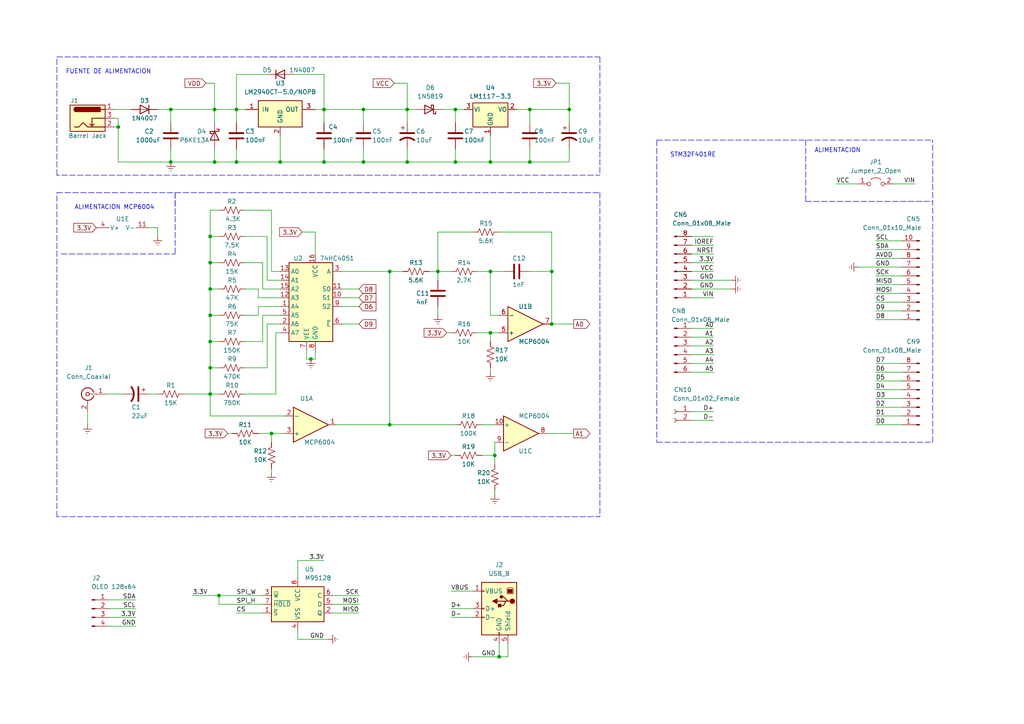
<source format=kicad_sch>
(kicad_sch (version 20211123) (generator eeschema)
  (paper "A4")
  (title_block (rev "v1.0"))
  (lib_symbols
    (symbol "74xx:74HC4051"
      (property "Reference" "U" (at -5.08 11.43 0))
      (property "Value" "74HC4051" (at -7.62 -13.97 0))
      (symbol "74HC4051_0_1"
        (rectangle (start -5.08 10.16) (end 7.62 -12.7) (stroke (width 0.254)) (fill (type background)))
      )
      (symbol "74HC4051_1_1"
        (pin passive line (at 10.16 -2.54 180) (length 2.54) (name "A4") (number "1"))
        (pin input line (at -7.62 0 0) (length 2.54) (name "S1") (number "10"))
        (pin input line (at -7.62 2.54 0) (length 2.54) (name "S0") (number "11"))
        (pin passive line (at 10.16 0 180) (length 2.54) (name "A3") (number "12"))
        (pin passive line (at 10.16 7.62 180) (length 2.54) (name "A0") (number "13"))
        (pin passive line (at 10.16 5.08 180) (length 2.54) (name "A1") (number "14"))
        (pin passive line (at 10.16 2.54 180) (length 2.54) (name "A2") (number "15"))
        (pin power_in line (at 0 12.7 270) (length 2.54) (name "VCC") (number "16"))
        (pin passive line (at 10.16 -7.62 180) (length 2.54) (name "A6") (number "2"))
        (pin passive line (at -7.62 7.62 0) (length 2.54) (name "A") (number "3"))
        (pin passive line (at 10.16 -10.16 180) (length 2.54) (name "A7") (number "4"))
        (pin passive line (at 10.16 -5.08 180) (length 2.54) (name "A5") (number "5"))
        (pin input line (at -7.62 -7.62 0) (length 2.54) (name "~{E}") (number "6"))
        (pin power_in line (at 2.54 -15.24 90) (length 2.54) (name "VEE") (number "7"))
        (pin power_in line (at 0 -15.24 90) (length 2.54) (name "GND") (number "8"))
        (pin input line (at -7.62 -2.54 0) (length 2.54) (name "S2") (number "9"))
      )
    )
    (symbol "AOI-LM2940CT:LM2940CT-5.0{slash}NOPB" (pin_names (offset 1.016))
      (property "Reference" "U" (at -6.35 -5.08 0))
      (property "Value" "LM2940CT-5.0{slash}NOPB" (at 0 5.08 0))
      (symbol "LM2940CT-5.0{slash}NOPB_0_1"
        (rectangle (start -6.35 3.81) (end 6.35 -3.81) (stroke (width 0.254)) (fill (type background)))
      )
      (symbol "LM2940CT-5.0{slash}NOPB_1_1"
        (pin input line (at -10.16 1.27 0) (length 3.81) (name "IN") (number "1"))
        (pin power_in line (at 0 -6.35 90) (length 2.54) (name "GND") (number "2"))
        (pin power_out line (at 10.16 1.27 180) (length 3.81) (name "OUT") (number "3"))
      )
    )
    (symbol "Amplifier_Operational:MCP6004" (pin_names (offset 0.127))
      (property "Reference" "U" (at 0 5.08 0))
      (property "Value" "MCP6004" (at 0 -5.08 0))
      (symbol "MCP6004_1_1"
        (polyline (pts (xy -5.08 5.08) (xy 5.08 0) (xy -5.08 -5.08) (xy -5.08 5.08)) (stroke (width 0.254)) (fill (type background)))
        (pin output line (at 7.62 0 180) (length 2.54) (name "~") (number "1"))
        (pin input line (at -7.62 -2.54 0) (length 2.54) (name "-") (number "2"))
        (pin input line (at -7.62 2.54 0) (length 2.54) (name "+") (number "3"))
      )
      (symbol "MCP6004_2_1"
        (polyline (pts (xy -5.08 5.08) (xy 5.08 0) (xy -5.08 -5.08) (xy -5.08 5.08)) (stroke (width 0.254)) (fill (type background)))
        (pin input line (at -7.62 2.54 0) (length 2.54) (name "+") (number "5"))
        (pin input line (at -7.62 -2.54 0) (length 2.54) (name "-") (number "6"))
        (pin output line (at 7.62 0 180) (length 2.54) (name "~") (number "7"))
      )
      (symbol "MCP6004_3_1"
        (polyline (pts (xy -5.08 5.08) (xy 5.08 0) (xy -5.08 -5.08) (xy -5.08 5.08)) (stroke (width 0.254)) (fill (type background)))
        (pin input line (at -7.62 2.54 0) (length 2.54) (name "+") (number "10"))
        (pin output line (at 7.62 0 180) (length 2.54) (name "~") (number "8"))
        (pin input line (at -7.62 -2.54 0) (length 2.54) (name "-") (number "9"))
      )
      (symbol "MCP6004_4_1"
        (polyline (pts (xy -5.08 5.08) (xy 5.08 0) (xy -5.08 -5.08) (xy -5.08 5.08)) (stroke (width 0.254)) (fill (type background)))
        (pin input line (at -7.62 2.54 0) (length 2.54) (name "+") (number "12"))
        (pin input line (at -7.62 -2.54 0) (length 2.54) (name "-") (number "13"))
        (pin output line (at 7.62 0 180) (length 2.54) (name "~") (number "14"))
      )
      (symbol "MCP6004_5_1"
        (pin power_in line (at -2.54 -7.62 90) (length 3.81) (name "V-") (number "11"))
        (pin power_in line (at -2.54 7.62 270) (length 3.81) (name "V+") (number "4"))
      )
    )
    (symbol "Connector:Barrel_Jack_Switch" (pin_names hide)
      (property "Reference" "J" (at 0 5.334 0))
      (property "Value" "Barrel_Jack_Switch" (at 0 -5.08 0))
      (symbol "Barrel_Jack_Switch_0_1"
        (rectangle (start -5.08 3.81) (end 5.08 -3.81) (stroke (width 0.254)) (fill (type background)))
        (arc (start -3.302 3.175) (mid -3.937 2.54) (end -3.302 1.905) (stroke (width 0.254)))
        (arc (start -3.302 3.175) (mid -3.937 2.54) (end -3.302 1.905) (stroke (width 0.254)) (fill (type outline)))
        (polyline (pts (xy 1.27 -2.286) (xy 1.905 -1.651)) (stroke (width 0.254)))
        (polyline (pts (xy 5.08 2.54) (xy 3.81 2.54)) (stroke (width 0.254)))
        (polyline (pts (xy 5.08 0) (xy 1.27 0) (xy 1.27 -2.286) (xy 0.635 -1.651)) (stroke (width 0.254)))
        (polyline (pts (xy -3.81 -2.54) (xy -2.54 -2.54) (xy -1.27 -1.27) (xy 0 -2.54) (xy 2.54 -2.54) (xy 5.08 -2.54)) (stroke (width 0.254)))
        (rectangle (start 3.683 3.175) (end -3.302 1.905) (stroke (width 0.254)) (fill (type outline)))
      )
      (symbol "Barrel_Jack_Switch_1_1"
        (pin passive line (at 7.62 2.54 180) (length 2.54) (name "~") (number "1"))
        (pin passive line (at 7.62 -2.54 180) (length 2.54) (name "~") (number "2"))
        (pin passive line (at 7.62 0 180) (length 2.54) (name "~") (number "3"))
      )
    )
    (symbol "Connector:Conn_01x02_Female" (pin_names (offset 1.016) hide)
      (property "Reference" "J" (at 0 2.54 0))
      (property "Value" "Conn_01x02_Female" (at 0 -5.08 0))
      (symbol "Conn_01x02_Female_1_1"
        (arc (start 0 -2.032) (mid -0.508 -2.54) (end 0 -3.048) (stroke (width 0.1524)))
        (polyline (pts (xy -1.27 -2.54) (xy -0.508 -2.54)) (stroke (width 0.1524)))
        (polyline (pts (xy -1.27 0) (xy -0.508 0)) (stroke (width 0.1524)))
        (arc (start 0 0.508) (mid -0.508 0) (end 0 -0.508) (stroke (width 0.1524)))
        (pin passive line (at -5.08 0 0) (length 3.81) (name "Pin_1") (number "1"))
        (pin passive line (at -5.08 -2.54 0) (length 3.81) (name "Pin_2") (number "2"))
      )
    )
    (symbol "Connector:Conn_01x04_Male" (pin_names (offset 1.016) hide)
      (property "Reference" "J" (at 0 5.08 0))
      (property "Value" "Conn_01x04_Male" (at 0 -7.62 0))
      (symbol "Conn_01x04_Male_1_1"
        (polyline (pts (xy 1.27 -5.08) (xy 0.8636 -5.08)) (stroke (width 0.1524)))
        (polyline (pts (xy 1.27 -2.54) (xy 0.8636 -2.54)) (stroke (width 0.1524)))
        (polyline (pts (xy 1.27 0) (xy 0.8636 0)) (stroke (width 0.1524)))
        (polyline (pts (xy 1.27 2.54) (xy 0.8636 2.54)) (stroke (width 0.1524)))
        (rectangle (start 0.8636 -4.953) (end 0 -5.207) (stroke (width 0.1524)) (fill (type outline)))
        (rectangle (start 0.8636 -2.413) (end 0 -2.667) (stroke (width 0.1524)) (fill (type outline)))
        (rectangle (start 0.8636 0.127) (end 0 -0.127) (stroke (width 0.1524)) (fill (type outline)))
        (rectangle (start 0.8636 2.667) (end 0 2.413) (stroke (width 0.1524)) (fill (type outline)))
        (pin passive line (at 5.08 2.54 180) (length 3.81) (name "Pin_1") (number "1"))
        (pin passive line (at 5.08 0 180) (length 3.81) (name "Pin_2") (number "2"))
        (pin passive line (at 5.08 -2.54 180) (length 3.81) (name "Pin_3") (number "3"))
        (pin passive line (at 5.08 -5.08 180) (length 3.81) (name "Pin_4") (number "4"))
      )
    )
    (symbol "Connector:Conn_01x06_Male" (pin_names (offset 1.016) hide)
      (property "Reference" "J" (at 0 7.62 0))
      (property "Value" "Conn_01x06_Male" (at 0 -10.16 0))
      (symbol "Conn_01x06_Male_1_1"
        (polyline (pts (xy 1.27 -7.62) (xy 0.8636 -7.62)) (stroke (width 0.1524)))
        (polyline (pts (xy 1.27 -5.08) (xy 0.8636 -5.08)) (stroke (width 0.1524)))
        (polyline (pts (xy 1.27 -2.54) (xy 0.8636 -2.54)) (stroke (width 0.1524)))
        (polyline (pts (xy 1.27 0) (xy 0.8636 0)) (stroke (width 0.1524)))
        (polyline (pts (xy 1.27 2.54) (xy 0.8636 2.54)) (stroke (width 0.1524)))
        (polyline (pts (xy 1.27 5.08) (xy 0.8636 5.08)) (stroke (width 0.1524)))
        (rectangle (start 0.8636 -7.493) (end 0 -7.747) (stroke (width 0.1524)) (fill (type outline)))
        (rectangle (start 0.8636 -4.953) (end 0 -5.207) (stroke (width 0.1524)) (fill (type outline)))
        (rectangle (start 0.8636 -2.413) (end 0 -2.667) (stroke (width 0.1524)) (fill (type outline)))
        (rectangle (start 0.8636 0.127) (end 0 -0.127) (stroke (width 0.1524)) (fill (type outline)))
        (rectangle (start 0.8636 2.667) (end 0 2.413) (stroke (width 0.1524)) (fill (type outline)))
        (rectangle (start 0.8636 5.207) (end 0 4.953) (stroke (width 0.1524)) (fill (type outline)))
        (pin passive line (at 5.08 5.08 180) (length 3.81) (name "Pin_1") (number "1"))
        (pin passive line (at 5.08 2.54 180) (length 3.81) (name "Pin_2") (number "2"))
        (pin passive line (at 5.08 0 180) (length 3.81) (name "Pin_3") (number "3"))
        (pin passive line (at 5.08 -2.54 180) (length 3.81) (name "Pin_4") (number "4"))
        (pin passive line (at 5.08 -5.08 180) (length 3.81) (name "Pin_5") (number "5"))
        (pin passive line (at 5.08 -7.62 180) (length 3.81) (name "Pin_6") (number "6"))
      )
    )
    (symbol "Connector:Conn_01x08_Male" (pin_names (offset 1.016) hide)
      (property "Reference" "J" (at 0 10.16 0))
      (property "Value" "Conn_01x08_Male" (at 0 -12.7 0))
      (symbol "Conn_01x08_Male_1_1"
        (polyline (pts (xy 1.27 -10.16) (xy 0.8636 -10.16)) (stroke (width 0.1524)))
        (polyline (pts (xy 1.27 -7.62) (xy 0.8636 -7.62)) (stroke (width 0.1524)))
        (polyline (pts (xy 1.27 -5.08) (xy 0.8636 -5.08)) (stroke (width 0.1524)))
        (polyline (pts (xy 1.27 -2.54) (xy 0.8636 -2.54)) (stroke (width 0.1524)))
        (polyline (pts (xy 1.27 0) (xy 0.8636 0)) (stroke (width 0.1524)))
        (polyline (pts (xy 1.27 2.54) (xy 0.8636 2.54)) (stroke (width 0.1524)))
        (polyline (pts (xy 1.27 5.08) (xy 0.8636 5.08)) (stroke (width 0.1524)))
        (polyline (pts (xy 1.27 7.62) (xy 0.8636 7.62)) (stroke (width 0.1524)))
        (rectangle (start 0.8636 -10.033) (end 0 -10.287) (stroke (width 0.1524)) (fill (type outline)))
        (rectangle (start 0.8636 -7.493) (end 0 -7.747) (stroke (width 0.1524)) (fill (type outline)))
        (rectangle (start 0.8636 -4.953) (end 0 -5.207) (stroke (width 0.1524)) (fill (type outline)))
        (rectangle (start 0.8636 -2.413) (end 0 -2.667) (stroke (width 0.1524)) (fill (type outline)))
        (rectangle (start 0.8636 0.127) (end 0 -0.127) (stroke (width 0.1524)) (fill (type outline)))
        (rectangle (start 0.8636 2.667) (end 0 2.413) (stroke (width 0.1524)) (fill (type outline)))
        (rectangle (start 0.8636 5.207) (end 0 4.953) (stroke (width 0.1524)) (fill (type outline)))
        (rectangle (start 0.8636 7.747) (end 0 7.493) (stroke (width 0.1524)) (fill (type outline)))
        (pin passive line (at 5.08 7.62 180) (length 3.81) (name "Pin_1") (number "1"))
        (pin passive line (at 5.08 5.08 180) (length 3.81) (name "Pin_2") (number "2"))
        (pin passive line (at 5.08 2.54 180) (length 3.81) (name "Pin_3") (number "3"))
        (pin passive line (at 5.08 0 180) (length 3.81) (name "Pin_4") (number "4"))
        (pin passive line (at 5.08 -2.54 180) (length 3.81) (name "Pin_5") (number "5"))
        (pin passive line (at 5.08 -5.08 180) (length 3.81) (name "Pin_6") (number "6"))
        (pin passive line (at 5.08 -7.62 180) (length 3.81) (name "Pin_7") (number "7"))
        (pin passive line (at 5.08 -10.16 180) (length 3.81) (name "Pin_8") (number "8"))
      )
    )
    (symbol "Connector:Conn_01x10_Male" (pin_names (offset 1.016) hide)
      (property "Reference" "J" (at 0 12.7 0))
      (property "Value" "Conn_01x10_Male" (at 0 -15.24 0))
      (symbol "Conn_01x10_Male_1_1"
        (polyline (pts (xy 1.27 -12.7) (xy 0.8636 -12.7)) (stroke (width 0.1524)))
        (polyline (pts (xy 1.27 -10.16) (xy 0.8636 -10.16)) (stroke (width 0.1524)))
        (polyline (pts (xy 1.27 -7.62) (xy 0.8636 -7.62)) (stroke (width 0.1524)))
        (polyline (pts (xy 1.27 -5.08) (xy 0.8636 -5.08)) (stroke (width 0.1524)))
        (polyline (pts (xy 1.27 -2.54) (xy 0.8636 -2.54)) (stroke (width 0.1524)))
        (polyline (pts (xy 1.27 0) (xy 0.8636 0)) (stroke (width 0.1524)))
        (polyline (pts (xy 1.27 2.54) (xy 0.8636 2.54)) (stroke (width 0.1524)))
        (polyline (pts (xy 1.27 5.08) (xy 0.8636 5.08)) (stroke (width 0.1524)))
        (polyline (pts (xy 1.27 7.62) (xy 0.8636 7.62)) (stroke (width 0.1524)))
        (polyline (pts (xy 1.27 10.16) (xy 0.8636 10.16)) (stroke (width 0.1524)))
        (rectangle (start 0.8636 -12.573) (end 0 -12.827) (stroke (width 0.1524)) (fill (type outline)))
        (rectangle (start 0.8636 -10.033) (end 0 -10.287) (stroke (width 0.1524)) (fill (type outline)))
        (rectangle (start 0.8636 -7.493) (end 0 -7.747) (stroke (width 0.1524)) (fill (type outline)))
        (rectangle (start 0.8636 -4.953) (end 0 -5.207) (stroke (width 0.1524)) (fill (type outline)))
        (rectangle (start 0.8636 -2.413) (end 0 -2.667) (stroke (width 0.1524)) (fill (type outline)))
        (rectangle (start 0.8636 0.127) (end 0 -0.127) (stroke (width 0.1524)) (fill (type outline)))
        (rectangle (start 0.8636 2.667) (end 0 2.413) (stroke (width 0.1524)) (fill (type outline)))
        (rectangle (start 0.8636 5.207) (end 0 4.953) (stroke (width 0.1524)) (fill (type outline)))
        (rectangle (start 0.8636 7.747) (end 0 7.493) (stroke (width 0.1524)) (fill (type outline)))
        (rectangle (start 0.8636 10.287) (end 0 10.033) (stroke (width 0.1524)) (fill (type outline)))
        (pin passive line (at 5.08 10.16 180) (length 3.81) (name "Pin_1") (number "1"))
        (pin passive line (at 5.08 -12.7 180) (length 3.81) (name "Pin_10") (number "10"))
        (pin passive line (at 5.08 7.62 180) (length 3.81) (name "Pin_2") (number "2"))
        (pin passive line (at 5.08 5.08 180) (length 3.81) (name "Pin_3") (number "3"))
        (pin passive line (at 5.08 2.54 180) (length 3.81) (name "Pin_4") (number "4"))
        (pin passive line (at 5.08 0 180) (length 3.81) (name "Pin_5") (number "5"))
        (pin passive line (at 5.08 -2.54 180) (length 3.81) (name "Pin_6") (number "6"))
        (pin passive line (at 5.08 -5.08 180) (length 3.81) (name "Pin_7") (number "7"))
        (pin passive line (at 5.08 -7.62 180) (length 3.81) (name "Pin_8") (number "8"))
        (pin passive line (at 5.08 -10.16 180) (length 3.81) (name "Pin_9") (number "9"))
      )
    )
    (symbol "Connector:Conn_Coaxial" (pin_names (offset 1.016) hide)
      (property "Reference" "J" (at 0.254 3.048 0))
      (property "Value" "Conn_Coaxial" (at 2.921 0 90))
      (symbol "Conn_Coaxial_0_1"
        (arc (start -1.778 -0.508) (mid 0.2311 -1.8066) (end 1.778 0) (stroke (width 0.254)))
        (polyline (pts (xy -2.54 0) (xy -0.508 0)))
        (polyline (pts (xy 0 -2.54) (xy 0 -1.778)))
        (circle (center 0 0) (radius 0.508) (stroke (width 0.2032)))
        (arc (start 1.778 0) (mid 0.2099 1.8101) (end -1.778 0.508) (stroke (width 0.254)))
      )
      (symbol "Conn_Coaxial_1_1"
        (pin passive line (at -5.08 0 0) (length 2.54) (name "In") (number "1"))
        (pin passive line (at 0 -5.08 90) (length 2.54) (name "Ext") (number "2"))
      )
    )
    (symbol "Connector:USB_B" (pin_names (offset 1.016))
      (property "Reference" "J" (at -5.08 11.43 0))
      (property "Value" "USB_B" (at -5.08 8.89 0))
      (symbol "USB_B_0_1"
        (rectangle (start -5.08 -7.62) (end 5.08 7.62) (stroke (width 0.254)) (fill (type background)))
        (circle (center -3.81 2.159) (radius 0.635) (stroke (width 0.254)) (fill (type outline)))
        (rectangle (start -3.81 5.588) (end -2.54 4.572) (fill (type outline)))
        (circle (center -0.635 3.429) (radius 0.381) (stroke (width 0.254)) (fill (type outline)))
        (rectangle (start -0.127 -7.62) (end 0.127 -6.858))
        (polyline (pts (xy -1.905 2.159) (xy 0.635 2.159)) (stroke (width 0.254)))
        (polyline (pts (xy -3.175 2.159) (xy -2.54 2.159) (xy -1.27 3.429) (xy -0.635 3.429)) (stroke (width 0.254)))
        (polyline (pts (xy -2.54 2.159) (xy -1.905 2.159) (xy -1.27 0.889) (xy 0 0.889)) (stroke (width 0.254)))
        (polyline (pts (xy 0.635 2.794) (xy 0.635 1.524) (xy 1.905 2.159) (xy 0.635 2.794)) (stroke (width 0.254)) (fill (type outline)))
        (polyline (pts (xy -4.064 4.318) (xy -2.286 4.318) (xy -2.286 5.715) (xy -2.667 6.096) (xy -3.683 6.096) (xy -4.064 5.715) (xy -4.064 4.318)))
        (rectangle (start 0.254 1.27) (end -0.508 0.508) (stroke (width 0.254)) (fill (type outline)))
        (rectangle (start 5.08 -2.667) (end 4.318 -2.413))
        (rectangle (start 5.08 -0.127) (end 4.318 0.127))
        (rectangle (start 5.08 4.953) (end 4.318 5.207))
      )
      (symbol "USB_B_1_1"
        (pin power_out line (at 7.62 5.08 180) (length 2.54) (name "VBUS") (number "1"))
        (pin bidirectional line (at 7.62 -2.54 180) (length 2.54) (name "D-") (number "2"))
        (pin bidirectional line (at 7.62 0 180) (length 2.54) (name "D+") (number "3"))
        (pin power_out line (at 0 -10.16 90) (length 2.54) (name "GND") (number "4"))
        (pin passive line (at -2.54 -10.16 90) (length 2.54) (name "Shield") (number "5"))
      )
    )
    (symbol "Device:C" (pin_numbers hide) (pin_names (offset 0.254))
      (property "Reference" "C" (at 0.635 2.54 0))
      (property "Value" "C" (at 0.635 -2.54 0))
      (symbol "C_0_1"
        (polyline (pts (xy -2.032 -0.762) (xy 2.032 -0.762)) (stroke (width 0.508)))
        (polyline (pts (xy -2.032 0.762) (xy 2.032 0.762)) (stroke (width 0.508)))
      )
      (symbol "C_1_1"
        (pin passive line (at 0 3.81 270) (length 2.794) (name "~") (number "1"))
        (pin passive line (at 0 -3.81 90) (length 2.794) (name "~") (number "2"))
      )
    )
    (symbol "Device:C_Polarized_US" (pin_numbers hide) (pin_names (offset 0.254) hide)
      (property "Reference" "C" (at 0.635 2.54 0))
      (property "Value" "C_Polarized_US" (at 0.635 -2.54 0))
      (symbol "C_Polarized_US_0_1"
        (polyline (pts (xy -2.032 0.762) (xy 2.032 0.762)) (stroke (width 0.508)))
        (polyline (pts (xy -1.778 2.286) (xy -0.762 2.286)))
        (polyline (pts (xy -1.27 1.778) (xy -1.27 2.794)))
        (arc (start 2.032 -1.27) (mid 0 -0.5572) (end -2.032 -1.27) (stroke (width 0.508)))
      )
      (symbol "C_Polarized_US_1_1"
        (pin passive line (at 0 3.81 270) (length 2.794) (name "~") (number "1"))
        (pin passive line (at 0 -3.81 90) (length 3.302) (name "~") (number "2"))
      )
    )
    (symbol "Device:D_Schottky" (pin_numbers hide) (pin_names (offset 1.016) hide)
      (property "Reference" "D" (at 0 2.54 0))
      (property "Value" "D_Schottky" (at 0 -2.54 0))
      (symbol "D_Schottky_0_1"
        (polyline (pts (xy 1.27 0) (xy -1.27 0)))
        (polyline (pts (xy 1.27 1.27) (xy 1.27 -1.27) (xy -1.27 0) (xy 1.27 1.27)) (stroke (width 0.254)))
        (polyline (pts (xy -1.905 0.635) (xy -1.905 1.27) (xy -1.27 1.27) (xy -1.27 -1.27) (xy -0.635 -1.27) (xy -0.635 -0.635)) (stroke (width 0.254)))
      )
      (symbol "D_Schottky_1_1"
        (pin passive line (at -3.81 0 0) (length 2.54) (name "K") (number "1"))
        (pin passive line (at 3.81 0 180) (length 2.54) (name "A") (number "2"))
      )
    )
    (symbol "Device:R_US" (pin_numbers hide) (pin_names (offset 0))
      (property "Reference" "R" (at 2.54 0 90))
      (property "Value" "R_US" (at -2.54 0 90))
      (symbol "R_US_0_1"
        (polyline (pts (xy 0 -2.286) (xy 0 -2.54)))
        (polyline (pts (xy 0 2.286) (xy 0 2.54)))
        (polyline (pts (xy 0 -0.762) (xy 1.016 -1.143) (xy 0 -1.524) (xy -1.016 -1.905) (xy 0 -2.286)))
        (polyline (pts (xy 0 0.762) (xy 1.016 0.381) (xy 0 0) (xy -1.016 -0.381) (xy 0 -0.762)))
        (polyline (pts (xy 0 2.286) (xy 1.016 1.905) (xy 0 1.524) (xy -1.016 1.143) (xy 0 0.762)))
      )
      (symbol "R_US_1_1"
        (pin passive line (at 0 3.81 270) (length 1.27) (name "~") (number "1"))
        (pin passive line (at 0 -3.81 90) (length 1.27) (name "~") (number "2"))
      )
    )
    (symbol "Diode:1N4007" (pin_numbers hide) (pin_names (offset 1.016) hide)
      (property "Reference" "D" (at 0 2.54 0))
      (property "Value" "1N4007" (at 0 -2.54 0))
      (symbol "1N4007_0_1"
        (polyline (pts (xy -1.27 1.27) (xy -1.27 -1.27)) (stroke (width 0.254)))
        (polyline (pts (xy 1.27 0) (xy -1.27 0)))
        (polyline (pts (xy 1.27 1.27) (xy 1.27 -1.27) (xy -1.27 0) (xy 1.27 1.27)) (stroke (width 0.254)))
      )
      (symbol "1N4007_1_1"
        (pin passive line (at -3.81 0 0) (length 2.54) (name "K") (number "1"))
        (pin passive line (at 3.81 0 180) (length 2.54) (name "A") (number "2"))
      )
    )
    (symbol "Diode:1N5819" (pin_numbers hide) (pin_names (offset 1.016) hide)
      (property "Reference" "D" (at 0 2.54 0))
      (property "Value" "1N5819" (at 0 -2.54 0))
      (symbol "1N5819_0_1"
        (polyline (pts (xy 1.27 0) (xy -1.27 0)))
        (polyline (pts (xy 1.27 1.27) (xy 1.27 -1.27) (xy -1.27 0) (xy 1.27 1.27)) (stroke (width 0.254)))
        (polyline (pts (xy -1.905 0.635) (xy -1.905 1.27) (xy -1.27 1.27) (xy -1.27 -1.27) (xy -0.635 -1.27) (xy -0.635 -0.635)) (stroke (width 0.254)))
      )
      (symbol "1N5819_1_1"
        (pin passive line (at -3.81 0 0) (length 2.54) (name "K") (number "1"))
        (pin passive line (at 3.81 0 180) (length 2.54) (name "A") (number "2"))
      )
    )
    (symbol "Jumper:Jumper_2_Open" (pin_names (offset 0) hide)
      (property "Reference" "JP" (at 0 2.794 0))
      (property "Value" "Jumper_2_Open" (at 0 -2.286 0))
      (symbol "Jumper_2_Open_0_0"
        (circle (center -2.032 0) (radius 0.508))
        (circle (center 2.032 0) (radius 0.508))
      )
      (symbol "Jumper_2_Open_0_1"
        (arc (start 1.524 1.27) (mid 0 1.778) (end -1.524 1.27))
      )
      (symbol "Jumper_2_Open_1_1"
        (pin passive line (at -5.08 0 0) (length 2.54) (name "A") (number "1"))
        (pin passive line (at 5.08 0 180) (length 2.54) (name "B") (number "2"))
      )
    )
    (symbol "Memory_EEPROM:M95256-WMN6P"
      (property "Reference" "U" (at -7.62 6.35 0))
      (property "Value" "M95256-WMN6P" (at 2.54 -6.35 0))
      (symbol "M95256-WMN6P_1_1"
        (rectangle (start -7.62 5.08) (end 7.62 -5.08) (stroke (width 0.254)) (fill (type background)))
        (pin input line (at -10.16 -2.54 0) (length 2.54) (name "~{S}") (number "1"))
        (pin output line (at 10.16 -2.54 180) (length 2.54) (name "Q") (number "2"))
        (pin input line (at -10.16 2.54 0) (length 2.54) (name "~{W}") (number "3"))
        (pin power_in line (at 0 -7.62 90) (length 2.54) (name "VSS") (number "4"))
        (pin input line (at 10.16 0 180) (length 2.54) (name "D") (number "5"))
        (pin input line (at 10.16 2.54 180) (length 2.54) (name "C") (number "6"))
        (pin input line (at -10.16 0 0) (length 2.54) (name "~{HOLD}") (number "7"))
        (pin power_in line (at 0 7.62 270) (length 2.54) (name "VCC") (number "8"))
      )
    )
    (symbol "Regulator_Linear:LM1117-3.3" (pin_names (offset 0.254))
      (property "Reference" "U" (at -3.81 3.175 0))
      (property "Value" "LM1117-3.3" (at 0 3.175 0))
      (symbol "LM1117-3.3_0_1"
        (rectangle (start -5.08 -5.08) (end 5.08 1.905) (stroke (width 0.254)) (fill (type background)))
      )
      (symbol "LM1117-3.3_1_1"
        (pin power_in line (at 0 -7.62 90) (length 2.54) (name "GND") (number "1"))
        (pin power_out line (at 7.62 0 180) (length 2.54) (name "VO") (number "2"))
        (pin power_in line (at -7.62 0 0) (length 2.54) (name "VI") (number "3"))
      )
    )
    (symbol "power:Earth" (power) (pin_names (offset 0))
      (symbol "Earth_0_1"
        (polyline (pts (xy -0.635 -1.905) (xy 0.635 -1.905)))
        (polyline (pts (xy -0.127 -2.54) (xy 0.127 -2.54)))
        (polyline (pts (xy 0 -1.27) (xy 0 0)))
        (polyline (pts (xy 1.27 -1.27) (xy -1.27 -1.27)))
      )
      (symbol "Earth_1_1"
        (pin power_in line (at 0 0 270) (length 0) hide (name "Earth") (number "1"))
      )
    )
    (symbol "power:GNDREF" (power) (pin_names (offset 0))
      (property "Value" "GNDREF" (at 0 -3.81 0))
      (symbol "GNDREF_0_1"
        (polyline (pts (xy -0.635 -1.905) (xy 0.635 -1.905)))
        (polyline (pts (xy -0.127 -2.54) (xy 0.127 -2.54)))
        (polyline (pts (xy 0 -1.27) (xy 0 0)))
        (polyline (pts (xy 1.27 -1.27) (xy -1.27 -1.27)))
      )
      (symbol "GNDREF_1_1"
        (pin power_in line (at 0 0 270) (length 0) hide (name "GNDREF") (number "1"))
      )
    )
  )
  (junction (at 81.28 46.99))
  (junction (at 93.98 31.75))
  (junction (at 118.11 46.99))
  (junction (at 142.24 96.52))
  (junction (at 68.58 31.75))
  (junction (at 62.23 31.75))
  (junction (at 60.96 106.68))
  (junction (at 144.78 190.5))
  (junction (at 68.58 46.99))
  (junction (at 34.29 36.83))
  (junction (at 60.96 99.06))
  (junction (at 132.08 46.99))
  (junction (at 60.96 76.2))
  (junction (at 90.17 104.14))
  (junction (at 113.03 123.19))
  (junction (at 132.08 31.75))
  (junction (at 93.98 46.99))
  (junction (at 113.03 78.74))
  (junction (at 153.67 31.75))
  (junction (at 60.96 68.58))
  (junction (at 63.5 172.72))
  (junction (at 105.41 46.99))
  (junction (at 49.53 31.75))
  (junction (at 118.11 31.75))
  (junction (at 142.24 46.99))
  (junction (at 153.67 46.99))
  (junction (at 160.02 93.98))
  (junction (at 62.23 46.99))
  (junction (at 160.02 78.74))
  (junction (at 78.74 125.73))
  (junction (at 105.41 31.75))
  (junction (at 165.1 31.75))
  (junction (at 143.51 132.08))
  (junction (at 142.24 78.74))
  (junction (at 60.96 91.44))
  (junction (at 127 78.74))
  (junction (at 60.96 114.3))
  (junction (at 60.96 83.82))
  (junction (at 49.53 46.99))
  (wire (pts (xy 254 72.39) (xy 261.62 72.39)))
  (wire (pts (xy 77.47 68.58) (xy 77.47 81.28)))
  (wire (pts (xy 60.96 83.82) (xy 63.5 83.82)))
  (wire (pts (xy 43.18 114.3) (xy 45.72 114.3)))
  (wire (pts (xy 254 90.17) (xy 261.62 90.17)))
  (wire (pts (xy 63.5 175.26) (xy 63.5 172.72)))
  (wire (pts (xy 86.36 162.56) (xy 93.98 162.56)))
  (wire (pts (xy 62.23 24.13) (xy 62.23 31.75)))
  (wire (pts (xy 25.4 119.38) (xy 25.4 123.19)))
  (wire (pts (xy 254 118.11) (xy 261.62 118.11)))
  (wire (pts (xy 71.12 114.3) (xy 80.01 114.3)))
  (wire (pts (xy 142.24 96.52) (xy 144.78 96.52)))
  (wire (pts (xy 34.29 36.83) (xy 34.29 46.99)))
  (wire (pts (xy 137.16 67.31) (xy 127 67.31)))
  (wire (pts (xy 78.74 135.89) (xy 78.74 137.16)))
  (wire (pts (xy 71.12 68.58) (xy 77.47 68.58)))
  (wire (pts (xy 200.66 95.25) (xy 207.01 95.25)))
  (wire (pts (xy 165.1 46.99) (xy 153.67 46.99)))
  (wire (pts (xy 144.78 186.69) (xy 144.78 190.5)))
  (wire (pts (xy 118.11 31.75) (xy 120.65 31.75)))
  (wire (pts (xy 77.47 106.68) (xy 77.47 93.98)))
  (wire (pts (xy 88.9 101.6) (xy 88.9 104.14)))
  (wire (pts (xy 85.09 21.59) (xy 93.98 21.59)))
  (wire (pts (xy 77.47 81.28) (xy 81.28 81.28)))
  (wire (pts (xy 132.08 31.75) (xy 134.62 31.75)))
  (wire (pts (xy 259.08 53.34) (xy 265.43 53.34)))
  (wire (pts (xy 254 82.55) (xy 261.62 82.55)))
  (wire (pts (xy 86.36 167.64) (xy 86.36 162.56)))
  (polyline (pts (xy 190.5 40.64) (xy 270.51 40.64)))
  (wire (pts (xy 63.5 175.26) (xy 76.2 175.26)))
  (wire (pts (xy 137.16 190.5) (xy 144.78 190.5)))
  (wire (pts (xy 60.96 76.2) (xy 60.96 83.82)))
  (wire (pts (xy 71.12 60.96) (xy 78.74 60.96)))
  (wire (pts (xy 254 80.01) (xy 261.62 80.01)))
  (wire (pts (xy 87.63 67.31) (xy 91.44 67.31)))
  (wire (pts (xy 99.06 86.36) (xy 104.14 86.36)))
  (wire (pts (xy 254 123.19) (xy 261.62 123.19)))
  (wire (pts (xy 74.93 91.44) (xy 74.93 88.9)))
  (wire (pts (xy 71.12 83.82) (xy 74.93 83.82)))
  (wire (pts (xy 142.24 78.74) (xy 146.05 78.74)))
  (wire (pts (xy 248.92 53.34) (xy 242.57 53.34)))
  (wire (pts (xy 68.58 31.75) (xy 71.12 31.75)))
  (wire (pts (xy 200.66 78.74) (xy 207.01 78.74)))
  (wire (pts (xy 76.2 99.06) (xy 76.2 91.44)))
  (wire (pts (xy 34.29 46.99) (xy 49.53 46.99)))
  (wire (pts (xy 45.72 66.04) (xy 45.72 68.58)))
  (wire (pts (xy 45.72 31.75) (xy 49.53 31.75)))
  (wire (pts (xy 137.16 176.53) (xy 130.81 176.53)))
  (wire (pts (xy 80.01 96.52) (xy 81.28 96.52)))
  (wire (pts (xy 71.12 91.44) (xy 74.93 91.44)))
  (wire (pts (xy 96.52 175.26) (xy 104.14 175.26)))
  (wire (pts (xy 105.41 31.75) (xy 118.11 31.75)))
  (wire (pts (xy 142.24 39.37) (xy 142.24 46.99)))
  (wire (pts (xy 127 67.31) (xy 127 78.74)))
  (wire (pts (xy 254 105.41) (xy 261.62 105.41)))
  (wire (pts (xy 68.58 21.59) (xy 77.47 21.59)))
  (wire (pts (xy 86.36 185.42) (xy 95.25 185.42)))
  (wire (pts (xy 105.41 31.75) (xy 105.41 35.56)))
  (wire (pts (xy 143.51 128.27) (xy 143.51 132.08)))
  (wire (pts (xy 91.44 31.75) (xy 93.98 31.75)))
  (wire (pts (xy 118.11 31.75) (xy 118.11 35.56)))
  (polyline (pts (xy 16.51 16.51) (xy 78.74 16.51)))
  (wire (pts (xy 62.23 31.75) (xy 62.23 35.56)))
  (wire (pts (xy 91.44 104.14) (xy 90.17 104.14)))
  (wire (pts (xy 74.93 86.36) (xy 81.28 86.36)))
  (wire (pts (xy 153.67 31.75) (xy 165.1 31.75)))
  (wire (pts (xy 81.28 46.99) (xy 93.98 46.99)))
  (wire (pts (xy 78.74 78.74) (xy 81.28 78.74)))
  (polyline (pts (xy 16.51 149.86) (xy 16.51 55.88)))
  (wire (pts (xy 132.08 46.99) (xy 118.11 46.99)))
  (wire (pts (xy 59.69 24.13) (xy 62.23 24.13)))
  (wire (pts (xy 76.2 91.44) (xy 81.28 91.44)))
  (wire (pts (xy 200.66 73.66) (xy 207.01 73.66)))
  (wire (pts (xy 124.46 78.74) (xy 127 78.74)))
  (wire (pts (xy 68.58 21.59) (xy 68.58 31.75)))
  (wire (pts (xy 55.88 172.72) (xy 63.5 172.72)))
  (wire (pts (xy 99.06 93.98) (xy 104.14 93.98)))
  (wire (pts (xy 160.02 67.31) (xy 160.02 78.74)))
  (wire (pts (xy 60.96 99.06) (xy 63.5 99.06)))
  (wire (pts (xy 68.58 177.8) (xy 76.2 177.8)))
  (polyline (pts (xy 50.8 55.88) (xy 50.8 59.69)))
  (wire (pts (xy 147.32 190.5) (xy 144.78 190.5)))
  (wire (pts (xy 200.66 68.58) (xy 207.01 68.58)))
  (wire (pts (xy 71.12 76.2) (xy 76.2 76.2)))
  (polyline (pts (xy 104.14 50.8) (xy 16.51 50.8)))
  (polyline (pts (xy 149.86 149.86) (xy 16.51 149.86)))
  (wire (pts (xy 74.93 83.82) (xy 74.93 86.36)))
  (wire (pts (xy 200.66 119.38) (xy 207.01 119.38)))
  (wire (pts (xy 130.81 132.08) (xy 132.08 132.08)))
  (wire (pts (xy 200.66 121.92) (xy 207.01 121.92)))
  (wire (pts (xy 88.9 104.14) (xy 90.17 104.14)))
  (wire (pts (xy 200.66 105.41) (xy 207.01 105.41)))
  (wire (pts (xy 254 69.85) (xy 261.62 69.85)))
  (wire (pts (xy 62.23 31.75) (xy 68.58 31.75)))
  (wire (pts (xy 71.12 99.06) (xy 76.2 99.06)))
  (wire (pts (xy 127 88.9) (xy 127 91.44)))
  (wire (pts (xy 93.98 31.75) (xy 93.98 35.56)))
  (wire (pts (xy 254 85.09) (xy 261.62 85.09)))
  (wire (pts (xy 77.47 93.98) (xy 81.28 93.98)))
  (wire (pts (xy 60.96 106.68) (xy 60.96 114.3)))
  (wire (pts (xy 254 120.65) (xy 261.62 120.65)))
  (polyline (pts (xy 104.14 50.8) (xy 173.99 50.8)))
  (wire (pts (xy 165.1 43.18) (xy 165.1 46.99)))
  (wire (pts (xy 93.98 46.99) (xy 93.98 43.18)))
  (wire (pts (xy 114.3 24.13) (xy 118.11 24.13)))
  (wire (pts (xy 68.58 31.75) (xy 68.58 35.56)))
  (wire (pts (xy 200.66 100.33) (xy 207.01 100.33)))
  (wire (pts (xy 68.58 46.99) (xy 81.28 46.99)))
  (wire (pts (xy 49.53 46.99) (xy 62.23 46.99)))
  (wire (pts (xy 78.74 60.96) (xy 78.74 78.74)))
  (wire (pts (xy 139.7 132.08) (xy 143.51 132.08)))
  (wire (pts (xy 93.98 31.75) (xy 105.41 31.75)))
  (wire (pts (xy 60.96 114.3) (xy 60.96 120.65)))
  (wire (pts (xy 165.1 24.13) (xy 165.1 31.75)))
  (wire (pts (xy 254 110.49) (xy 261.62 110.49)))
  (wire (pts (xy 60.96 91.44) (xy 63.5 91.44)))
  (polyline (pts (xy 149.86 149.86) (xy 173.99 149.86)))
  (wire (pts (xy 132.08 46.99) (xy 132.08 43.18)))
  (wire (pts (xy 200.66 102.87) (xy 207.01 102.87)))
  (wire (pts (xy 118.11 43.18) (xy 118.11 46.99)))
  (wire (pts (xy 71.12 106.68) (xy 77.47 106.68)))
  (wire (pts (xy 99.06 88.9) (xy 104.14 88.9)))
  (wire (pts (xy 99.06 78.74) (xy 113.03 78.74)))
  (wire (pts (xy 153.67 43.18) (xy 153.67 46.99)))
  (polyline (pts (xy 190.5 40.64) (xy 190.5 128.27)))
  (wire (pts (xy 138.43 96.52) (xy 142.24 96.52)))
  (wire (pts (xy 158.75 125.73) (xy 166.37 125.73)))
  (wire (pts (xy 81.28 39.37) (xy 81.28 46.99)))
  (wire (pts (xy 33.02 36.83) (xy 34.29 36.83)))
  (polyline (pts (xy 17.78 73.66) (xy 50.8 73.66)))
  (wire (pts (xy 76.2 83.82) (xy 81.28 83.82)))
  (polyline (pts (xy 233.68 58.42) (xy 270.51 58.42)))
  (wire (pts (xy 62.23 43.18) (xy 62.23 46.99)))
  (wire (pts (xy 60.96 114.3) (xy 63.5 114.3)))
  (wire (pts (xy 34.29 36.83) (xy 34.29 34.29)))
  (wire (pts (xy 96.52 177.8) (xy 104.14 177.8)))
  (wire (pts (xy 137.16 171.45) (xy 130.81 171.45)))
  (wire (pts (xy 97.79 123.19) (xy 113.03 123.19)))
  (polyline (pts (xy 78.74 16.51) (xy 173.99 16.51)))
  (wire (pts (xy 39.37 176.53) (xy 31.75 176.53)))
  (wire (pts (xy 60.96 106.68) (xy 63.5 106.68)))
  (wire (pts (xy 60.96 91.44) (xy 60.96 99.06)))
  (wire (pts (xy 147.32 186.69) (xy 147.32 190.5)))
  (wire (pts (xy 74.93 88.9) (xy 81.28 88.9)))
  (polyline (pts (xy 270.51 128.27) (xy 270.51 40.64)))
  (wire (pts (xy 200.66 76.2) (xy 207.01 76.2)))
  (wire (pts (xy 254 113.03) (xy 261.62 113.03)))
  (polyline (pts (xy 190.5 128.27) (xy 270.51 128.27)))
  (wire (pts (xy 149.86 31.75) (xy 153.67 31.75)))
  (wire (pts (xy 139.7 123.19) (xy 143.51 123.19)))
  (wire (pts (xy 248.92 77.47) (xy 261.62 77.47)))
  (wire (pts (xy 60.96 60.96) (xy 60.96 68.58)))
  (wire (pts (xy 200.66 81.28) (xy 212.09 81.28)))
  (wire (pts (xy 137.16 179.07) (xy 130.81 179.07)))
  (wire (pts (xy 200.66 107.95) (xy 207.01 107.95)))
  (wire (pts (xy 200.66 97.79) (xy 207.01 97.79)))
  (wire (pts (xy 49.53 31.75) (xy 49.53 35.56)))
  (wire (pts (xy 105.41 46.99) (xy 105.41 43.18)))
  (wire (pts (xy 66.04 125.73) (xy 67.31 125.73)))
  (wire (pts (xy 161.29 24.13) (xy 165.1 24.13)))
  (wire (pts (xy 91.44 67.31) (xy 91.44 73.66)))
  (wire (pts (xy 74.93 125.73) (xy 78.74 125.73)))
  (wire (pts (xy 153.67 46.99) (xy 142.24 46.99)))
  (wire (pts (xy 160.02 78.74) (xy 160.02 93.98)))
  (wire (pts (xy 254 87.63) (xy 261.62 87.63)))
  (wire (pts (xy 105.41 46.99) (xy 93.98 46.99)))
  (wire (pts (xy 118.11 24.13) (xy 118.11 31.75)))
  (wire (pts (xy 34.29 34.29) (xy 33.02 34.29)))
  (wire (pts (xy 82.55 120.65) (xy 60.96 120.65)))
  (polyline (pts (xy 50.8 55.88) (xy 50.8 73.66)))
  (wire (pts (xy 60.96 83.82) (xy 60.96 91.44)))
  (wire (pts (xy 76.2 76.2) (xy 76.2 83.82)))
  (wire (pts (xy 113.03 78.74) (xy 116.84 78.74)))
  (wire (pts (xy 39.37 173.99) (xy 31.75 173.99)))
  (wire (pts (xy 143.51 142.24) (xy 143.51 143.51)))
  (wire (pts (xy 165.1 31.75) (xy 165.1 35.56)))
  (wire (pts (xy 63.5 60.96) (xy 60.96 60.96)))
  (polyline (pts (xy 16.51 55.88) (xy 173.99 55.88)))
  (wire (pts (xy 200.66 71.12) (xy 207.01 71.12)))
  (wire (pts (xy 118.11 46.99) (xy 105.41 46.99)))
  (wire (pts (xy 127 78.74) (xy 127 81.28)))
  (wire (pts (xy 127 78.74) (xy 130.81 78.74)))
  (wire (pts (xy 33.02 31.75) (xy 38.1 31.75)))
  (wire (pts (xy 39.37 181.61) (xy 31.75 181.61)))
  (wire (pts (xy 113.03 78.74) (xy 113.03 123.19)))
  (polyline (pts (xy 16.51 50.8) (xy 16.51 16.51)))
  (wire (pts (xy 78.74 125.73) (xy 82.55 125.73)))
  (wire (pts (xy 142.24 46.99) (xy 132.08 46.99)))
  (wire (pts (xy 63.5 172.72) (xy 76.2 172.72)))
  (wire (pts (xy 160.02 93.98) (xy 166.37 93.98)))
  (wire (pts (xy 68.58 46.99) (xy 68.58 43.18)))
  (polyline (pts (xy 173.99 16.51) (xy 173.99 50.8)))
  (wire (pts (xy 49.53 31.75) (xy 62.23 31.75)))
  (wire (pts (xy 138.43 78.74) (xy 142.24 78.74)))
  (wire (pts (xy 62.23 46.99) (xy 68.58 46.99)))
  (wire (pts (xy 80.01 96.52) (xy 80.01 114.3)))
  (wire (pts (xy 78.74 128.27) (xy 78.74 125.73)))
  (wire (pts (xy 93.98 31.75) (xy 93.98 21.59)))
  (wire (pts (xy 254 115.57) (xy 261.62 115.57)))
  (polyline (pts (xy 233.68 40.64) (xy 233.68 58.42)))
  (wire (pts (xy 60.96 99.06) (xy 60.96 106.68)))
  (wire (pts (xy 99.06 83.82) (xy 104.14 83.82)))
  (polyline (pts (xy 173.99 55.88) (xy 173.99 149.86)))
  (wire (pts (xy 91.44 101.6) (xy 91.44 104.14)))
  (wire (pts (xy 142.24 96.52) (xy 142.24 99.06)))
  (wire (pts (xy 153.67 31.75) (xy 153.67 35.56)))
  (wire (pts (xy 30.48 114.3) (xy 35.56 114.3)))
  (wire (pts (xy 43.18 66.04) (xy 45.72 66.04)))
  (wire (pts (xy 96.52 172.72) (xy 104.14 172.72)))
  (polyline (pts (xy 16.51 50.8) (xy 16.51 50.8)))
  (wire (pts (xy 53.34 114.3) (xy 60.96 114.3)))
  (wire (pts (xy 261.62 92.71) (xy 254 92.71)))
  (wire (pts (xy 132.08 31.75) (xy 132.08 35.56)))
  (wire (pts (xy 60.96 76.2) (xy 63.5 76.2)))
  (wire (pts (xy 200.66 86.36) (xy 207.01 86.36)))
  (wire (pts (xy 200.66 83.82) (xy 212.09 83.82)))
  (wire (pts (xy 128.27 31.75) (xy 132.08 31.75)))
  (wire (pts (xy 129.54 96.52) (xy 130.81 96.52)))
  (wire (pts (xy 60.96 68.58) (xy 60.96 76.2)))
  (wire (pts (xy 49.53 43.18) (xy 49.53 46.99)))
  (wire (pts (xy 39.37 179.07) (xy 31.75 179.07)))
  (wire (pts (xy 144.78 67.31) (xy 160.02 67.31)))
  (wire (pts (xy 142.24 78.74) (xy 142.24 91.44)))
  (wire (pts (xy 143.51 132.08) (xy 143.51 134.62)))
  (wire (pts (xy 254 107.95) (xy 261.62 107.95)))
  (wire (pts (xy 113.03 123.19) (xy 132.08 123.19)))
  (wire (pts (xy 142.24 106.68) (xy 142.24 107.95)))
  (wire (pts (xy 60.96 68.58) (xy 63.5 68.58)))
  (wire (pts (xy 254 74.93) (xy 261.62 74.93)))
  (wire (pts (xy 153.67 78.74) (xy 160.02 78.74)))
  (wire (pts (xy 86.36 182.88) (xy 86.36 185.42)))
  (wire (pts (xy 142.24 91.44) (xy 144.78 91.44)))
  (text "STM32F401RE" (at 194.31 45.72 0) (effects (font (size 1.27 1.27)) (justify left bottom)))
  (text "ALIMENTACION MCP6004" (at 21.59 60.96 0) (effects (font (size 1.27 1.27)) (justify left bottom)))
  (text "FUENTE DE ALIMENTACION" (at 19.05 21.59 0) (effects (font (size 1.27 1.27)) (justify left bottom)))
  (text "ALIMENTACION" (at 236.22 44.45 0) (effects (font (size 1.27 1.27)) (justify left bottom)))
  (label "SPI_H" (at 68.58 175.26 0))
  (label "SCL" (at 39.37 176.53 180))
  (label "SCL" (at 254 69.85 0))
  (label "SDA" (at 39.37 173.99 180))
  (label "GND" (at 207.01 83.82 180))
  (label "VBUS" (at 130.81 171.45 0))
  (label "D2" (at 254 118.11 0))
  (label "A5" (at 207.01 107.95 180))
  (label "A4" (at 207.01 105.41 180))
  (label "VIN" (at 207.01 86.36 180))
  (label "GND" (at 39.37 181.61 180))
  (label "D8" (at 254 92.71 0))
  (label "3.3V" (at 39.37 179.07 180))
  (label "D-" (at 130.81 179.07 0))
  (label "A3" (at 207.01 102.87 180))
  (label "AVDD" (at 254 74.93 0))
  (label "GND" (at 139.7 190.5 0))
  (label "VIN" (at 265.43 53.34 180))
  (label "SCK" (at 254 80.01 0))
  (label "3.3V" (at 207.01 76.2 180))
  (label "VCC" (at 242.57 53.34 0))
  (label "NRST" (at 207.01 73.66 180))
  (label "MISO" (at 254 82.55 0))
  (label "D6" (at 254 107.95 0))
  (label "MOSI" (at 104.14 175.26 180))
  (label "D7" (at 254 105.41 0))
  (label "D+" (at 207.01 119.38 180))
  (label "IOREF" (at 207.01 71.12 180))
  (label "GND" (at 254 77.47 0))
  (label "CS" (at 254 87.63 0))
  (label "SDA" (at 254 72.39 0))
  (label "D0" (at 254 123.19 0))
  (label "D+" (at 130.81 176.53 0))
  (label "D9" (at 254 90.17 0))
  (label "3.3V" (at 93.98 162.56 180))
  (label "D1" (at 254.0229 120.65 0))
  (label "A2" (at 207.01 100.33 180))
  (label "GND" (at 93.98 185.42 180))
  (label "MISO" (at 104.14 177.8 180))
  (label "A0" (at 207.01 95.25 180))
  (label "GND" (at 207.01 81.28 180))
  (label "D-" (at 207.01 121.92 180))
  (label "D3" (at 254.074 115.57 0))
  (label "SCK" (at 104.14 172.72 180))
  (label "CS" (at 68.58 177.8 0))
  (label "3.3V" (at 55.88 172.72 0))
  (label "A1" (at 207.01 97.79 180))
  (label "MOSI" (at 254 85.09 0))
  (label "D5" (at 254 110.49 0))
  (label "D4" (at 254 113.03 0))
  (label "SPI_W" (at 68.58 172.72 0))
  (label "VCC" (at 207.01 78.74 180))
  (global_label "D7" (shape input) (at 104.14 86.36 0) (property "Intersheet References" "${INTERSHEET_REFS}" (effects hide)))
  (global_label "3.3V" (shape input) (at 161.29 24.13 180) (property "Intersheet References" "${INTERSHEET_REFS}" (effects hide)))
  (global_label "VCC" (shape input) (at 114.3 24.13 180) (property "Intersheet References" "${INTERSHEET_REFS}" (effects hide)))
  (global_label "3.3V" (shape input) (at 87.63 67.31 180) (property "Intersheet References" "${INTERSHEET_REFS}" (effects hide)))
  (global_label "D8" (shape input) (at 104.14 83.82 0) (property "Intersheet References" "${INTERSHEET_REFS}" (effects hide)))
  (global_label "A1" (shape output) (at 166.37 125.73 0) (property "Intersheet References" "${INTERSHEET_REFS}" (effects hide)))
  (global_label "3.3V" (shape input) (at 129.54 96.52 180) (property "Intersheet References" "${INTERSHEET_REFS}" (effects hide)))
  (global_label "3.3V" (shape input) (at 130.81 132.08 180) (property "Intersheet References" "${INTERSHEET_REFS}" (effects hide)))
  (global_label "D9" (shape input) (at 104.14 93.98 0) (property "Intersheet References" "${INTERSHEET_REFS}" (effects hide)))
  (global_label "3.3V" (shape input) (at 66.04 125.73 180) (property "Intersheet References" "${INTERSHEET_REFS}" (effects hide)))
  (global_label "D6" (shape input) (at 104.14 88.9 0) (property "Intersheet References" "${INTERSHEET_REFS}" (effects hide)))
  (global_label "VDD" (shape input) (at 59.69 24.13 180) (property "Intersheet References" "${INTERSHEET_REFS}" (effects hide)))
  (global_label "3.3V" (shape input) (at 27.94 66.04 180) (property "Intersheet References" "${INTERSHEET_REFS}" (effects hide)))
  (global_label "A0" (shape output) (at 166.37 93.98 0) (property "Intersheet References" "${INTERSHEET_REFS}" (effects hide)))
  (symbol (lib_id "power:Earth") (at 49.53 46.99 0) (unit 1)
    (property "Reference" "#PWR?" (effects hide))
    (property "Value" "Earth" (effects hide))
  )
  (symbol (lib_id "power:GNDREF") (at 95.25 185.42 90) (mirror x) (unit 1)
    (property "Reference" "#PWR?" (effects hide))
    (property "Value" "GNDREF" (effects hide))
  )
  (symbol (lib_id "Device:R_US") (at 78.74 132.08 0) (mirror y) (unit 1)
    (property "Reference" "R12" (at 77.47 130.81 0) (effects (justify left)))
    (property "Value" "10K" (at 77.47 133.35 0) (effects (justify left)))
  )
  (symbol (lib_id "power:Earth") (at 45.72 68.58 0) (unit 1)
    (property "Reference" "#PWR03" (effects hide))
    (property "Value" "Earth" (effects hide))
  )
  (symbol (lib_id "Device:R_US") (at 67.31 83.82 270) (unit 1)
    (property "Reference" "R5" (at 67.31 81.28 90))
    (property "Value" "47K" (at 67.31 86.36 90))
  )
  (symbol (lib_id "power:GNDREF") (at 142.24 107.95 0) (unit 1)
    (property "Reference" "#PWR06" (effects hide))
    (property "Value" "GNDREF" (effects hide))
  )
  (symbol (lib_id "power:GNDREF") (at 90.17 104.14 0) (unit 1)
    (property "Reference" "#PWR05" (effects hide))
    (property "Value" "GNDREF" (effects hide))
  )
  (symbol (lib_id "Device:R_US") (at 140.97 67.31 270) (unit 1)
    (property "Reference" "R15" (at 140.97 64.77 90))
    (property "Value" "5.6K" (at 140.97 69.85 90))
  )
  (symbol (lib_id "Device:R_US") (at 67.31 60.96 90) (unit 1)
    (property "Reference" "R2" (at 68.58 58.42 90) (effects (justify left)))
    (property "Value" "4.3K" (at 69.85 63.5 90) (effects (justify left)))
  )
  (symbol (lib_id "power:GNDREF") (at 212.09 83.82 90) (mirror x) (unit 1)
    (property "Reference" "#PWR?" (effects hide))
    (property "Value" "GNDREF" (effects hide))
  )
  (symbol (lib_id "Device:R_US") (at 134.62 96.52 270) (unit 1)
    (property "Reference" "R16" (at 134.62 93.98 90))
    (property "Value" "10K" (at 134.62 99.06 90))
  )
  (symbol (lib_id "Device:R_US") (at 142.24 102.87 0) (unit 1)
    (property "Reference" "R17" (at 143.51 101.6 0) (effects (justify left)))
    (property "Value" "10K" (at 143.51 104.14 0) (effects (justify left)))
  )
  (symbol (lib_id "Amplifier_Operational:MCP6004") (at 35.56 63.5 90) (unit 5)
    (property "Reference" "U1" (at 35.56 63.5 90))
    (property "Value" "MCP6004" (effects hide))
    (property "Footprint" "Package_DIP:DIP-14_W7.62mm" (effects hide))
    (property "Datasheet" "http://ww1.microchip.com/downloads/en/DeviceDoc/21733j.pdf" (effects hide))
  )
  (symbol (lib_id "Regulator_Linear:LM1117-3.3") (at 142.24 31.75 0) (unit 1)
    (property "Reference" "U4" (at 142.24 25.4 0))
    (property "Value" "LM1117-3.3" (at 142.24 27.94 0))
    (property "Datasheet" "http://www.ti.com/lit/ds/symlink/lm1117.pdf" (effects hide))
  )
  (symbol (lib_id "Device:C_Polarized_US") (at 165.1 39.37 0) (unit 1)
    (property "Reference" "C9" (at 167.64 38.1 0) (effects (justify left)))
    (property "Value" "10uF" (at 167.64 40.64 0) (effects (justify left)))
  )
  (symbol (lib_id "power:GNDREF") (at 137.16 190.5 270) (mirror x) (unit 1)
    (property "Reference" "#PWR?" (effects hide))
    (property "Value" "GNDREF" (effects hide))
  )
  (symbol (lib_id "Device:R_US") (at 135.89 132.08 270) (mirror x) (unit 1)
    (property "Reference" "R19" (at 135.89 129.54 90))
    (property "Value" "10K" (at 135.89 134.62 90))
  )
  (symbol (lib_id "Connector:Conn_01x08_Male") (at 195.58 78.74 0) (mirror x) (unit 1)
    (property "Reference" "CN6" (at 199.39 62.23 0) (effects (justify right)))
    (property "Value" "Conn_01x08_Male" (at 212.09 64.77 0) (effects (justify right)))
  )
  (symbol (lib_id "Diode:1N5819") (at 124.46 31.75 180) (unit 1)
    (property "Reference" "D6" (at 124.7775 25.4 0))
    (property "Value" "1N5819" (at 124.7775 27.94 0))
    (property "Footprint" "Diode_THT:D_DO-41_SOD81_P10.16mm_Horizontal" (effects hide))
    (property "Datasheet" "http://www.vishay.com/docs/88525/1n5817.pdf" (effects hide))
  )
  (symbol (lib_id "Device:C") (at 49.53 39.37 0) (unit 1)
    (property "Reference" "C2" (at 41.91 38.1 0) (effects (justify left)))
    (property "Value" "1000uF" (at 39.37 40.64 0) (effects (justify left)))
  )
  (symbol (lib_id "Connector:Conn_01x02_Female") (at 195.58 119.38 0) (mirror y) (unit 1)
    (property "Reference" "CN10" (at 200.66 113.03 0) (effects (justify left)))
    (property "Value" "Conn_01x02_Female" (at 214.63 115.57 0) (effects (justify left)))
  )
  (symbol (lib_id "Device:C_Polarized_US") (at 118.11 39.37 0) (unit 1)
    (property "Reference" "C6" (at 120.65 38.1 0) (effects (justify left)))
    (property "Value" "10uF" (at 120.65 40.64 0) (effects (justify left)))
  )
  (symbol (lib_id "Device:D_Schottky") (at 62.23 39.37 270) (unit 1)
    (property "Reference" "D4" (at 57.15 38.1 90) (effects (justify left)))
    (property "Value" "P6KE13A" (at 52.07 40.64 90) (effects (justify left)))
  )
  (symbol (lib_id "Device:R_US") (at 134.62 78.74 270) (unit 1)
    (property "Reference" "R14" (at 134.62 76.2 90))
    (property "Value" "2.7K" (at 134.62 81.28 90))
  )
  (symbol (lib_id "Connector:Barrel_Jack_Switch") (at 25.4 34.29 0) (unit 1)
    (property "Reference" "J1" (at 21.59 29.21 0))
    (property "Value" "Barrel Jack" (at 25.4 39.37 0))
  )
  (symbol (lib_id "Connector:USB_B") (at 144.78 176.53 0) (mirror y) (unit 1)
    (property "Reference" "J2" (at 144.78 163.83 0))
    (property "Value" "USB_B" (at 144.78 166.37 0))
    (property "Datasheet" " ~" (effects hide))
  )
  (symbol (lib_id "power:GNDREF") (at 143.51 143.51 0) (mirror y) (unit 1)
    (property "Reference" "#PWR?" (effects hide))
    (property "Value" "GNDREF" (effects hide))
  )
  (symbol (lib_id "Device:R_US") (at 67.31 106.68 270) (unit 1)
    (property "Reference" "R9" (at 67.31 104.14 90))
    (property "Value" "470K" (at 67.31 109.22 90))
  )
  (symbol (lib_id "Diode:1N4007") (at 41.91 31.75 180) (unit 1)
    (property "Reference" "D3" (at 41.91 29.21 0))
    (property "Value" "1N4007" (at 41.91 34.29 0))
    (property "Footprint" "Diode_THT:D_DO-41_SOD81_P10.16mm_Horizontal" (effects hide))
    (property "Datasheet" "http://www.vishay.com/docs/88503/1n4001.pdf" (effects hide))
  )
  (symbol (lib_id "Device:R_US") (at 67.31 76.2 270) (unit 1)
    (property "Reference" "R4" (at 67.31 73.66 90))
    (property "Value" "15K" (at 67.31 78.74 90))
  )
  (symbol (lib_id "74xx:74HC4051") (at 91.44 86.36 0) (mirror y) (unit 1)
    (property "Reference" "U2" (at 85.09 74.93 0) (effects (justify right)))
    (property "Value" "74HC4051" (at 92.71 74.93 0) (effects (justify right)))
    (property "Datasheet" "http://www.ti.com/lit/ds/symlink/cd74hc4051.pdf" (effects hide))
  )
  (symbol (lib_id "Device:C_Polarized_US") (at 39.37 114.3 270) (unit 1)
    (property "Reference" "C1" (at 38.1 118.11 90) (effects (justify left)))
    (property "Value" "22uF" (at 38.1 120.65 90) (effects (justify left)))
  )
  (symbol (lib_id "Device:C") (at 127 85.09 0) (mirror x) (unit 1)
    (property "Reference" "C11" (at 120.65 85.09 0) (effects (justify left)))
    (property "Value" "4nF" (at 120.65 87.63 0) (effects (justify left)))
  )
  (symbol (lib_id "AOI-LM2940CT:LM2940CT-5.0{slash}NOPB") (at 81.28 33.02 0) (unit 1)
    (property "Reference" "U3" (at 81.28 24.13 0))
    (property "Value" "LM2940CT-5.0/NOPB" (at 81.28 26.67 0))
    (property "Footprint" "TO_SOT_Packages_THT:TO-220_Vertical" (effects hide))
  )
  (symbol (lib_id "Connector:Conn_01x06_Male") (at 195.58 100.33 0) (unit 1)
    (property "Reference" "CN8" (at 196.85 90.17 0))
    (property "Value" "Conn_01x06_Male" (at 203.2 92.71 0))
  )
  (symbol (lib_id "Device:C") (at 132.08 39.37 0) (unit 1)
    (property "Reference" "C7" (at 134.62 38.1 0) (effects (justify left)))
    (property "Value" "100nF" (at 134.62 40.64 0) (effects (justify left)))
  )
  (symbol (lib_id "Amplifier_Operational:MCP6004") (at 90.17 123.19 0) (mirror x) (unit 1)
    (property "Reference" "U1" (at 88.9 115.57 0))
    (property "Value" "MCP6004" (at 92.71 128.27 0))
    (property "Footprint" "Package_DIP:DIP-14_W7.62mm" (effects hide))
    (property "Datasheet" "http://ww1.microchip.com/downloads/en/DeviceDoc/21733j.pdf" (effects hide))
  )
  (symbol (lib_id "Amplifier_Operational:MCP6004") (at 151.13 125.73 0) (unit 3)
    (property "Reference" "U1" (at 152.4 130.81 0))
    (property "Value" "MCP6004" (at 154.94 120.65 0))
    (property "Footprint" "Package_DIP:DIP-14_W7.62mm" (effects hide))
    (property "Datasheet" "http://ww1.microchip.com/downloads/en/DeviceDoc/21733j.pdf" (effects hide))
  )
  (symbol (lib_id "Device:R_US") (at 67.31 91.44 270) (unit 1)
    (property "Reference" "R6" (at 67.31 88.9 90))
    (property "Value" "75K" (at 67.31 93.98 90))
  )
  (symbol (lib_id "Device:R_US") (at 49.53 114.3 270) (unit 1)
    (property "Reference" "R1" (at 49.53 111.76 90))
    (property "Value" "15K" (at 49.53 116.84 90))
  )
  (symbol (lib_id "Device:R_US") (at 135.89 123.19 270) (unit 1)
    (property "Reference" "R18" (at 135.89 120.65 90))
    (property "Value" "100K" (at 135.89 125.73 90))
  )
  (symbol (lib_id "Memory_EEPROM:M95256-WMN6P") (at 86.36 175.26 0) (unit 1)
    (property "Reference" "U5" (at 88.3794 165.1 0) (effects (justify left)))
    (property "Value" "M95128" (at 88.3794 167.64 0) (effects (justify left)))
    (property "Footprint" "Package_SO:SOIC-8_3.9x4.9mm_P1.27mm" (effects hide))
    (property "Datasheet" "http://www.st.com/content/ccc/resource/technical/document/datasheet/9d/75/f0/3e/76/00/4c/0b/CD00103810.pdf/files/CD00103810.pdf/jcr:content/translations/en.CD00103810.pdf" (effects hide))
  )
  (symbol (lib_id "Device:R_US") (at 67.31 114.3 270) (unit 1)
    (property "Reference" "R10" (at 67.31 111.76 90))
    (property "Value" "750K" (at 67.31 116.84 90))
  )
  (symbol (lib_id "Device:R_US") (at 143.51 138.43 0) (mirror y) (unit 1)
    (property "Reference" "R20" (at 142.24 137.16 0) (effects (justify left)))
    (property "Value" "10K" (at 142.24 139.7 0) (effects (justify left)))
  )
  (symbol (lib_id "Connector:Conn_Coaxial") (at 25.4 114.3 0) (mirror y) (unit 1)
    (property "Reference" "J1" (at 25.7174 106.68 0))
    (property "Value" "Conn_Coaxial" (at 25.7174 109.22 0))
    (property "Datasheet" " ~" (effects hide))
  )
  (symbol (lib_id "Amplifier_Operational:MCP6004") (at 152.4 93.98 0) (mirror x) (unit 2)
    (property "Reference" "U1" (at 152.4 88.9 0))
    (property "Value" "MCP6004" (at 154.94 99.06 0))
    (property "Footprint" "Package_DIP:DIP-14_W7.62mm" (effects hide))
    (property "Datasheet" "http://ww1.microchip.com/downloads/en/DeviceDoc/21733j.pdf" (effects hide))
  )
  (symbol (lib_id "Device:C") (at 153.67 39.37 0) (unit 1)
    (property "Reference" "C8" (at 154.94 38.1 0) (effects (justify left)))
    (property "Value" "100nF" (at 154.94 40.64 0) (effects (justify left)))
  )
  (symbol (lib_id "power:GNDREF") (at 78.74 137.16 0) (mirror y) (unit 1)
    (property "Reference" "#PWR?" (effects hide))
    (property "Value" "GNDREF" (effects hide))
  )
  (symbol (lib_id "Device:C") (at 105.41 39.37 0) (unit 1)
    (property "Reference" "C5" (at 107.95 38.1 0) (effects (justify left)))
    (property "Value" "100nF" (at 107.95 40.64 0) (effects (justify left)))
  )
  (symbol (lib_id "Device:R_US") (at 71.12 125.73 270) (mirror x) (unit 1)
    (property "Reference" "R11" (at 71.12 123.19 90))
    (property "Value" "10K" (at 71.12 128.27 90))
  )
  (symbol (lib_id "Device:C") (at 93.98 39.37 0) (unit 1)
    (property "Reference" "C4" (at 95.25 36.83 0) (effects (justify left)))
    (property "Value" "100nF" (at 96.52 40.64 0) (effects (justify left)))
  )
  (symbol (lib_id "Diode:1N4007") (at 81.28 21.59 0) (unit 1)
    (property "Reference" "D5" (at 77.47 20.32 0))
    (property "Value" "1N4007" (at 87.63 20.32 0))
    (property "Footprint" "Diode_THT:D_DO-41_SOD81_P10.16mm_Horizontal" (effects hide))
    (property "Datasheet" "http://www.vishay.com/docs/88503/1n4001.pdf" (effects hide))
  )
  (symbol (lib_id "Device:R_US") (at 120.65 78.74 270) (unit 1)
    (property "Reference" "R13" (at 120.65 76.2 90))
    (property "Value" "5.6K" (at 120.65 81.28 90))
  )
  (symbol (lib_id "Connector:Conn_01x10_Male") (at 266.7 82.55 180) (unit 1)
    (property "Reference" "CN5" (at 262.89 63.5 0) (effects (justify right)))
    (property "Value" "Conn_01x10_Male" (at 250.19 66.04 0) (effects (justify right)))
  )
  (symbol (lib_id "power:GNDREF") (at 212.09 81.28 90) (mirror x) (unit 1)
    (property "Reference" "#PWR?" (effects hide))
    (property "Value" "GNDREF" (effects hide))
  )
  (symbol (lib_id "Device:R_US") (at 67.31 99.06 270) (unit 1)
    (property "Reference" "R7" (at 67.31 96.52 90))
    (property "Value" "150K" (at 67.31 101.6 90))
  )
  (symbol (lib_id "Device:C") (at 149.86 78.74 270) (mirror x) (unit 1)
    (property "Reference" "C12" (at 148.59 74.93 90) (effects (justify left)))
    (property "Value" "1nF" (at 148.59 82.55 90) (effects (justify left)))
  )
  (symbol (lib_id "power:GNDREF") (at 25.4 123.19 0) (unit 1)
    (property "Reference" "#PWR01" (effects hide))
    (property "Value" "GNDREF" (effects hide))
  )
  (symbol (lib_id "power:GNDREF") (at 248.92 77.47 270) (mirror x) (unit 1)
    (property "Reference" "#PWR?" (effects hide))
    (property "Value" "GNDREF" (effects hide))
  )
  (symbol (lib_id "Jumper:Jumper_2_Open") (at 254 53.34 0) (unit 1)
    (property "Reference" "JP1" (at 254 46.99 0))
    (property "Value" "Jumper_2_Open" (at 254 49.53 0))
  )
  (symbol (lib_id "power:GNDREF") (at 127 91.44 0) (unit 1)
    (property "Reference" "#PWR?" (effects hide))
    (property "Value" "GNDREF" (effects hide))
  )
  (symbol (lib_id "Connector:Conn_01x08_Male") (at 266.7 115.57 180) (unit 1)
    (property "Reference" "CN9" (at 262.89 99.06 0) (effects (justify right)))
    (property "Value" "Conn_01x08_Male" (at 250.19 101.6 0) (effects (justify right)))
  )
  (symbol (lib_id "Connector:Conn_01x04_Male") (at 26.67 176.53 0) (unit 1)
    (property "Reference" "J2" (at 27.94 167.64 0))
    (property "Value" "OLED 128x64" (at 33.02 170.18 0))
  )
  (symbol (lib_id "Device:R_US") (at 67.31 68.58 270) (unit 1)
    (property "Reference" "R3" (at 67.31 66.04 90))
    (property "Value" "7.5K" (at 67.31 71.12 90))
  )
  (symbol (lib_id "Device:C") (at 68.58 39.37 0) (unit 1)
    (property "Reference" "C3" (at 71.12 38.1 0) (effects (justify left)))
    (property "Value" "100nF" (at 71.12 40.64 0) (effects (justify left)))
  )
)
</source>
